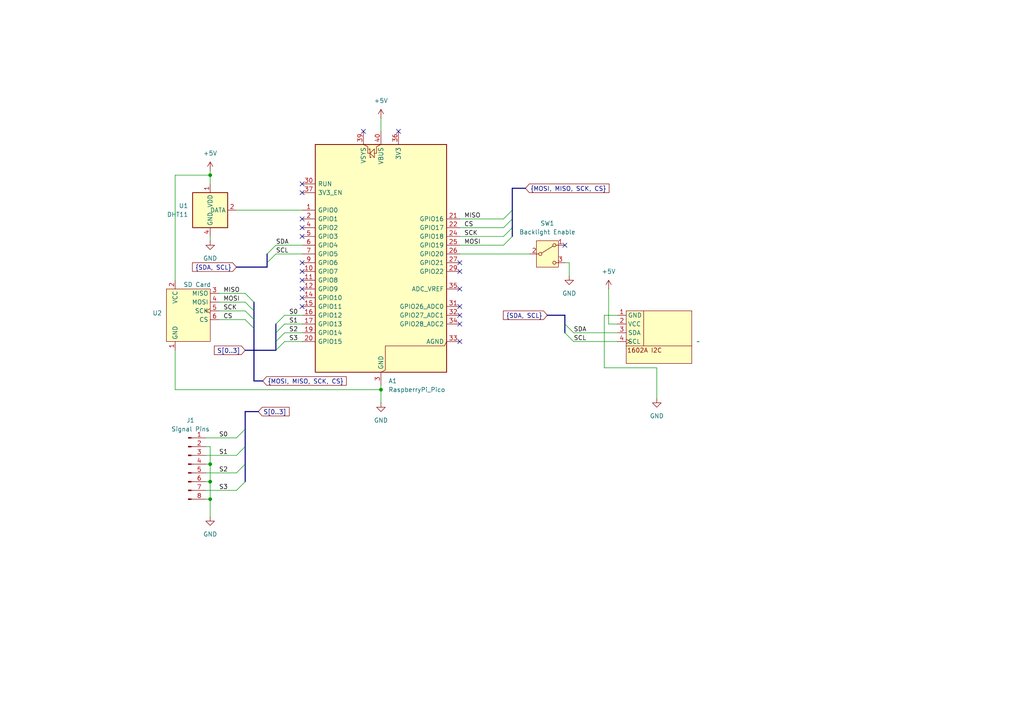
<source format=kicad_sch>
(kicad_sch (version 20250114) (generator "eeschema") (generator_version "9.0")
  (paper "A4")
  (lib_symbols
    (symbol "Connector:Conn_01x08_Pin" (pin_names (offset 1.016) (hide yes))
      (property "Reference" "J" (at 0 10.16 0))
      (property "Value" "Conn_01x08_Pin" (at 0 -12.7 0))
      (symbol "Conn_01x08_Pin_1_1"
        (rectangle (start 0.8636 7.747) (end 0 7.493) (stroke (width 0.1524)) (fill (type outline)))
        (rectangle (start 0.8636 5.207) (end 0 4.953) (stroke (width 0.1524)) (fill (type outline)))
        (rectangle (start 0.8636 2.667) (end 0 2.413) (stroke (width 0.1524)) (fill (type outline)))
        (rectangle (start 0.8636 0.127) (end 0 -0.127) (stroke (width 0.1524)) (fill (type outline)))
        (rectangle (start 0.8636 -2.413) (end 0 -2.667) (stroke (width 0.1524)) (fill (type outline)))
        (rectangle (start 0.8636 -4.953) (end 0 -5.207) (stroke (width 0.1524)) (fill (type outline)))
        (rectangle (start 0.8636 -7.493) (end 0 -7.747) (stroke (width 0.1524)) (fill (type outline)))
        (rectangle (start 0.8636 -10.033) (end 0 -10.287) (stroke (width 0.1524)) (fill (type outline)))
        (polyline (pts (xy 1.27 7.62) (xy 0.8636 7.62)) (stroke (width 0.1524)))
        (polyline (pts (xy 1.27 5.08) (xy 0.8636 5.08)) (stroke (width 0.1524)))
        (polyline (pts (xy 1.27 2.54) (xy 0.8636 2.54)) (stroke (width 0.1524)))
        (polyline (pts (xy 1.27 0) (xy 0.8636 0)) (stroke (width 0.1524)))
        (polyline (pts (xy 1.27 -2.54) (xy 0.8636 -2.54)) (stroke (width 0.1524)))
        (polyline (pts (xy 1.27 -5.08) (xy 0.8636 -5.08)) (stroke (width 0.1524)))
        (polyline (pts (xy 1.27 -7.62) (xy 0.8636 -7.62)) (stroke (width 0.1524)))
        (polyline (pts (xy 1.27 -10.16) (xy 0.8636 -10.16)) (stroke (width 0.1524)))
        (pin passive line (at 5.08 7.62 180) (length 3.81) (name "Pin_1") (number "1"))
        (pin passive line (at 5.08 5.08 180) (length 3.81) (name "Pin_2") (number "2"))
        (pin passive line (at 5.08 2.54 180) (length 3.81) (name "Pin_3") (number "3"))
        (pin passive line (at 5.08 0 180) (length 3.81) (name "Pin_4") (number "4"))
        (pin passive line (at 5.08 -2.54 180) (length 3.81) (name "Pin_5") (number "5"))
        (pin passive line (at 5.08 -5.08 180) (length 3.81) (name "Pin_6") (number "6"))
        (pin passive line (at 5.08 -7.62 180) (length 3.81) (name "Pin_7") (number "7"))
        (pin passive line (at 5.08 -10.16 180) (length 3.81) (name "Pin_8") (number "8"))
      )
    )
    (symbol "CustomParts:I2C_1602A"
      (property "Reference" "U" (at 0 0 0))
      (symbol "I2C_1602A_0_1"
        (polyline (pts (xy -5.08 -2.54) (xy -5.08 -12.7)))
      )
      (symbol "I2C_1602A_1_1"
        (rectangle (start -10.16 -2.54) (end 8.89 -17.78) (fill (type background)))
        (polyline (pts (xy -10.16 -12.7) (xy 8.89 -12.7)))
        (text "1602A I2C" (at -4.826 -13.97 0) (effects (font (size 1.27 1.27))))
        (pin power_in line (at -12.7 -3.81 0) (length 2.54) (name "GND") (number "1"))
        (pin power_in line (at -12.7 -6.35 0) (length 2.54) (name "VCC") (number "2"))
        (pin bidirectional line (at -12.7 -8.89 0) (length 2.54) (name "SDA") (number "3"))
        (pin input clock (at -12.7 -11.43 0) (length 2.54) (name "SCL") (number "4"))
      )
    )
    (symbol "CustomParts:SD_Card_Reader"
      (property "Reference" "U" (at 0 0 0))
      (symbol "SD_Card_Reader_1_1"
        (rectangle (start -10.16 -11.43) (end 2.54 -26.67) (fill (type background)))
        (pin input line (at -12.7 -12.7 0) (length 2.54) (name "MISO") (number "3"))
        (pin input line (at -12.7 -15.24 0) (length 2.54) (name "MOSI") (number "4"))
        (pin input clock (at -12.7 -17.78 0) (length 2.54) (name "SCK") (number "5"))
        (pin input line (at -12.7 -20.32 0) (length 2.54) (name "CS") (number "6"))
        (pin power_in line (at 0 -8.89 270) (length 2.54) (name "VCC") (number "2"))
        (pin power_in line (at 0 -29.21 90) (length 2.54) (name "GND") (number "1"))
      )
    )
    (symbol "MCU_Module:RaspberryPi_Pico" (pin_names (offset 0.762))
      (property "Reference" "A" (at -19.05 35.56 0))
      (property "Value" "RaspberryPi_Pico" (at 7.62 35.56 0))
      (symbol "RaspberryPi_Pico_0_1"
        (rectangle (start -19.05 34.29) (end 19.05 -31.75) (stroke (width 0.254)) (fill (type background)))
        (polyline (pts (xy -5.08 34.29) (xy -3.81 33.655) (xy -3.81 31.75) (xy -3.175 31.75)))
        (polyline (pts (xy -3.429 32.766) (xy -3.429 33.02) (xy -3.175 33.02) (xy -3.175 30.48) (xy -2.921 30.48) (xy -2.921 30.734)))
        (polyline (pts (xy -3.175 31.75) (xy -1.905 33.02) (xy -1.905 30.48) (xy -3.175 31.75)))
        (polyline (pts (xy 0 34.29) (xy -1.27 33.655) (xy -1.27 31.75) (xy -1.905 31.75)))
        (polyline (pts (xy 0 -31.75) (xy 1.27 -31.115) (xy 1.27 -24.13) (xy 18.415 -24.13) (xy 19.05 -22.86)))
      )
      (symbol "RaspberryPi_Pico_1_1"
        (pin passive line (at -22.86 22.86 0) (length 3.81) (name "RUN") (number "30"))
        (pin passive line (at -22.86 20.32 0) (length 3.81) (name "3V3_EN") (number "37"))
        (pin bidirectional line (at -22.86 15.24 0) (length 3.81) (name "GPIO0") (number "1"))
        (pin bidirectional line (at -22.86 12.7 0) (length 3.81) (name "GPIO1") (number "2"))
        (pin bidirectional line (at -22.86 10.16 0) (length 3.81) (name "GPIO2") (number "4"))
        (pin bidirectional line (at -22.86 7.62 0) (length 3.81) (name "GPIO3") (number "5"))
        (pin bidirectional line (at -22.86 5.08 0) (length 3.81) (name "GPIO4") (number "6"))
        (pin bidirectional line (at -22.86 2.54 0) (length 3.81) (name "GPIO5") (number "7"))
        (pin bidirectional line (at -22.86 0 0) (length 3.81) (name "GPIO6") (number "9"))
        (pin bidirectional line (at -22.86 -2.54 0) (length 3.81) (name "GPIO7") (number "10"))
        (pin bidirectional line (at -22.86 -5.08 0) (length 3.81) (name "GPIO8") (number "11"))
        (pin bidirectional line (at -22.86 -7.62 0) (length 3.81) (name "GPIO9") (number "12"))
        (pin bidirectional line (at -22.86 -10.16 0) (length 3.81) (name "GPIO10") (number "14"))
        (pin bidirectional line (at -22.86 -12.7 0) (length 3.81) (name "GPIO11") (number "15"))
        (pin bidirectional line (at -22.86 -15.24 0) (length 3.81) (name "GPIO12") (number "16"))
        (pin bidirectional line (at -22.86 -17.78 0) (length 3.81) (name "GPIO13") (number "17"))
        (pin bidirectional line (at -22.86 -20.32 0) (length 3.81) (name "GPIO14") (number "19"))
        (pin bidirectional line (at -22.86 -22.86 0) (length 3.81) (name "GPIO15") (number "20"))
        (pin power_in line (at -5.08 38.1 270) (length 3.81) (name "VSYS") (number "39"))
        (pin power_out line (at 0 38.1 270) (length 3.81) (name "VBUS") (number "40"))
        (pin passive line (at 0 -35.56 90) (length 3.81) (hide yes) (name "GND") (number "13"))
        (pin passive line (at 0 -35.56 90) (length 3.81) (hide yes) (name "GND") (number "18"))
        (pin passive line (at 0 -35.56 90) (length 3.81) (hide yes) (name "GND") (number "23"))
        (pin passive line (at 0 -35.56 90) (length 3.81) (hide yes) (name "GND") (number "28"))
        (pin power_out line (at 0 -35.56 90) (length 3.81) (name "GND") (number "3"))
        (pin passive line (at 0 -35.56 90) (length 3.81) (hide yes) (name "GND") (number "38"))
        (pin passive line (at 0 -35.56 90) (length 3.81) (hide yes) (name "GND") (number "8"))
        (pin power_out line (at 5.08 38.1 270) (length 3.81) (name "3V3") (number "36"))
        (pin bidirectional line (at 22.86 12.7 180) (length 3.81) (name "GPIO16") (number "21"))
        (pin bidirectional line (at 22.86 10.16 180) (length 3.81) (name "GPIO17") (number "22"))
        (pin bidirectional line (at 22.86 7.62 180) (length 3.81) (name "GPIO18") (number "24"))
        (pin bidirectional line (at 22.86 5.08 180) (length 3.81) (name "GPIO19") (number "25"))
        (pin bidirectional line (at 22.86 2.54 180) (length 3.81) (name "GPIO20") (number "26"))
        (pin bidirectional line (at 22.86 0 180) (length 3.81) (name "GPIO21") (number "27"))
        (pin bidirectional line (at 22.86 -2.54 180) (length 3.81) (name "GPIO22") (number "29"))
        (pin power_in line (at 22.86 -7.62 180) (length 3.81) (name "ADC_VREF") (number "35"))
        (pin bidirectional line (at 22.86 -12.7 180) (length 3.81) (name "GPIO26_ADC0") (number "31"))
        (pin bidirectional line (at 22.86 -15.24 180) (length 3.81) (name "GPIO27_ADC1") (number "32"))
        (pin bidirectional line (at 22.86 -17.78 180) (length 3.81) (name "GPIO28_ADC2") (number "34"))
        (pin power_out line (at 22.86 -22.86 180) (length 3.81) (name "AGND") (number "33"))
      )
    )
    (symbol "Sensor:DHT11"
      (property "Reference" "U" (at -3.81 6.35 0))
      (property "Value" "DHT11" (at 3.81 6.35 0))
      (symbol "DHT11_0_1"
        (rectangle (start -5.08 5.08) (end 5.08 -5.08) (stroke (width 0.254)) (fill (type background)))
      )
      (symbol "DHT11_1_1"
        (pin no_connect line (at -5.08 0 0) (length 2.54) (hide yes) (name "NC") (number "3"))
        (pin power_in line (at 0 7.62 270) (length 2.54) (name "VDD") (number "1"))
        (pin power_in line (at 0 -7.62 90) (length 2.54) (name "GND") (number "4"))
        (pin bidirectional line (at 7.62 0 180) (length 2.54) (name "DATA") (number "2"))
      )
    )
    (symbol "Switch:SW_SPDT" (pin_names (offset 0) (hide yes))
      (property "Reference" "SW" (at 0 5.08 0))
      (property "Value" "SW_SPDT" (at 0 -5.08 0))
      (symbol "SW_SPDT_0_1"
        (circle (center -2.032 0) (radius 0.4572))
        (polyline (pts (xy -1.651 0.254) (xy 1.651 2.286)))
        (circle (center 2.032 2.54) (radius 0.4572))
        (circle (center 2.032 -2.54) (radius 0.4572))
      )
      (symbol "SW_SPDT_1_1"
        (rectangle (start -3.175 3.81) (end 3.175 -3.81) (fill (type background)))
        (pin passive line (at -5.08 0 0) (length 2.54) (name "B") (number "2"))
        (pin passive line (at 5.08 2.54 180) (length 2.54) (name "A") (number "1"))
        (pin passive line (at 5.08 -2.54 180) (length 2.54) (name "C") (number "3"))
      )
    )
    (symbol "power:+5V" (power) (pin_numbers (hide yes)) (pin_names (offset 0) (hide yes))
      (property "Value" "+5V" (at 0 3.556 0))
      (symbol "+5V_0_1"
        (polyline (pts (xy -0.762 1.27) (xy 0 2.54)))
        (polyline (pts (xy 0 2.54) (xy 0.762 1.27)))
        (polyline (pts (xy 0 0) (xy 0 2.54)))
      )
      (symbol "+5V_1_1"
        (pin power_in line (at 0 0 90) (length 0) (name "~") (number "1"))
      )
    )
    (symbol "power:GND" (power) (pin_numbers (hide yes)) (pin_names (offset 0) (hide yes))
      (property "Value" "GND" (at 0 -3.81 0))
      (symbol "GND_0_1"
        (polyline (pts (xy 0 0) (xy 0 -1.27) (xy 1.27 -1.27) (xy 0 -2.54) (xy -1.27 -1.27) (xy 0 -1.27)))
      )
      (symbol "GND_1_1"
        (pin power_in line (at 0 0 270) (length 0) (name "~") (number "1"))
      )
    )
  )
  (junction (at 60.96 134.62))
  (junction (at 110.49 113.03))
  (junction (at 60.96 144.78))
  (junction (at 60.96 50.8))
  (junction (at 60.96 139.7))
  (no_connect (at 133.35 91.44))
  (no_connect (at 87.63 63.5))
  (no_connect (at 87.63 53.34))
  (no_connect (at 133.35 76.2))
  (no_connect (at 163.83 71.12))
  (no_connect (at 133.35 78.74))
  (no_connect (at 133.35 83.82))
  (no_connect (at 133.35 93.98))
  (no_connect (at 87.63 76.2))
  (no_connect (at 87.63 81.28))
  (no_connect (at 87.63 88.9))
  (no_connect (at 87.63 86.36))
  (no_connect (at 115.57 38.1))
  (no_connect (at 133.35 99.06))
  (no_connect (at 133.35 88.9))
  (no_connect (at 87.63 83.82))
  (no_connect (at 105.41 38.1))
  (no_connect (at 87.63 66.04))
  (no_connect (at 87.63 68.58))
  (no_connect (at 87.63 78.74))
  (no_connect (at 87.63 55.88))
  (bus_entry (at 146.05 68.58) (size 2.54 -2.54))
  (bus_entry (at 71.12 129.54) (size -2.54 2.54))
  (bus_entry (at 71.12 87.63) (size 2.54 2.54))
  (bus_entry (at 163.83 93.98) (size 2.54 2.54))
  (bus_entry (at 82.55 91.44) (size -2.54 2.54))
  (bus_entry (at 71.12 134.62) (size -2.54 2.54))
  (bus_entry (at 146.05 71.12) (size 2.54 -2.54))
  (bus_entry (at 146.05 63.5) (size 2.54 -2.54))
  (bus_entry (at 80.01 73.66) (size -2.54 2.54))
  (bus_entry (at 80.01 71.12) (size -2.54 2.54))
  (bus_entry (at 163.83 96.52) (size 2.54 2.54))
  (bus_entry (at 71.12 90.17) (size 2.54 2.54))
  (bus_entry (at 146.05 66.04) (size 2.54 -2.54))
  (bus_entry (at 82.55 96.52) (size -2.54 2.54))
  (bus_entry (at 71.12 92.71) (size 2.54 2.54))
  (bus_entry (at 71.12 85.09) (size 2.54 2.54))
  (bus_entry (at 71.12 139.7) (size -2.54 2.54))
  (bus_entry (at 82.55 93.98) (size -2.54 2.54))
  (bus_entry (at 71.12 124.46) (size -2.54 2.54))
  (bus_entry (at 82.55 99.06) (size -2.54 2.54))
  (wire (pts (xy 59.69 129.54) (xy 60.96 129.54)))
  (wire (pts (xy 175.26 91.44) (xy 175.26 106.68)))
  (bus (pts (xy 77.47 73.66) (xy 77.47 76.2)))
  (wire (pts (xy 190.5 106.68) (xy 175.26 106.68)))
  (wire (pts (xy 63.5 90.17) (xy 71.12 90.17)))
  (wire (pts (xy 63.5 92.71) (xy 71.12 92.71)))
  (bus (pts (xy 73.66 92.71) (xy 73.66 95.25)))
  (wire (pts (xy 80.01 73.66) (xy 87.63 73.66)))
  (wire (pts (xy 50.8 113.03) (xy 110.49 113.03)))
  (bus (pts (xy 148.59 54.61) (xy 152.4 54.61)))
  (bus (pts (xy 68.58 77.47) (xy 77.47 77.47)))
  (wire (pts (xy 82.55 99.06) (xy 87.63 99.06)))
  (wire (pts (xy 176.53 83.82) (xy 176.53 93.98)))
  (wire (pts (xy 59.69 139.7) (xy 60.96 139.7)))
  (wire (pts (xy 133.35 73.66) (xy 153.67 73.66)))
  (wire (pts (xy 133.35 63.5) (xy 146.05 63.5)))
  (wire (pts (xy 82.55 93.98) (xy 87.63 93.98)))
  (bus (pts (xy 163.83 93.98) (xy 163.83 91.44)))
  (bus (pts (xy 71.12 119.38) (xy 71.12 124.46)))
  (bus (pts (xy 71.12 124.46) (xy 71.12 129.54)))
  (bus (pts (xy 71.12 134.62) (xy 71.12 139.7)))
  (wire (pts (xy 60.96 139.7) (xy 60.96 144.78)))
  (bus (pts (xy 73.66 90.17) (xy 73.66 92.71)))
  (wire (pts (xy 59.69 127) (xy 68.58 127)))
  (wire (pts (xy 133.35 66.04) (xy 146.05 66.04)))
  (bus (pts (xy 73.66 87.63) (xy 73.66 90.17)))
  (wire (pts (xy 50.8 81.28) (xy 50.8 50.8)))
  (wire (pts (xy 59.69 142.24) (xy 68.58 142.24)))
  (wire (pts (xy 63.5 85.09) (xy 71.12 85.09)))
  (wire (pts (xy 110.49 113.03) (xy 110.49 116.84)))
  (wire (pts (xy 60.96 134.62) (xy 60.96 139.7)))
  (wire (pts (xy 59.69 134.62) (xy 60.96 134.62)))
  (bus (pts (xy 80.01 99.06) (xy 80.01 101.6)))
  (bus (pts (xy 73.66 95.25) (xy 73.66 110.49)))
  (wire (pts (xy 60.96 68.58) (xy 60.96 69.85)))
  (wire (pts (xy 82.55 96.52) (xy 87.63 96.52)))
  (bus (pts (xy 80.01 96.52) (xy 80.01 99.06)))
  (wire (pts (xy 59.69 144.78) (xy 60.96 144.78)))
  (wire (pts (xy 50.8 101.6) (xy 50.8 113.03)))
  (wire (pts (xy 60.96 50.8) (xy 60.96 53.34)))
  (wire (pts (xy 60.96 129.54) (xy 60.96 134.62)))
  (wire (pts (xy 60.96 49.53) (xy 60.96 50.8)))
  (bus (pts (xy 77.47 76.2) (xy 77.47 77.47)))
  (bus (pts (xy 148.59 63.5) (xy 148.59 60.96)))
  (bus (pts (xy 74.93 119.38) (xy 71.12 119.38)))
  (wire (pts (xy 63.5 87.63) (xy 71.12 87.63)))
  (wire (pts (xy 59.69 132.08) (xy 68.58 132.08)))
  (wire (pts (xy 166.37 99.06) (xy 179.07 99.06)))
  (wire (pts (xy 179.07 91.44) (xy 175.26 91.44)))
  (wire (pts (xy 110.49 34.29) (xy 110.49 38.1)))
  (wire (pts (xy 82.55 91.44) (xy 87.63 91.44)))
  (wire (pts (xy 59.69 137.16) (xy 68.58 137.16)))
  (bus (pts (xy 80.01 93.98) (xy 80.01 96.52)))
  (bus (pts (xy 80.01 101.6) (xy 71.12 101.6)))
  (bus (pts (xy 163.83 91.44) (xy 158.75 91.44)))
  (wire (pts (xy 133.35 68.58) (xy 146.05 68.58)))
  (wire (pts (xy 68.58 60.96) (xy 87.63 60.96)))
  (wire (pts (xy 190.5 106.68) (xy 190.5 115.57)))
  (bus (pts (xy 148.59 60.96) (xy 148.59 54.61)))
  (wire (pts (xy 163.83 76.2) (xy 165.1 76.2)))
  (wire (pts (xy 179.07 93.98) (xy 176.53 93.98)))
  (bus (pts (xy 73.66 110.49) (xy 76.2 110.49)))
  (bus (pts (xy 148.59 66.04) (xy 148.59 63.5)))
  (wire (pts (xy 60.96 144.78) (xy 60.96 149.86)))
  (bus (pts (xy 148.59 68.58) (xy 148.59 66.04)))
  (bus (pts (xy 71.12 129.54) (xy 71.12 134.62)))
  (wire (pts (xy 50.8 50.8) (xy 60.96 50.8)))
  (wire (pts (xy 133.35 71.12) (xy 146.05 71.12)))
  (wire (pts (xy 166.37 96.52) (xy 179.07 96.52)))
  (wire (pts (xy 165.1 76.2) (xy 165.1 80.01)))
  (bus (pts (xy 163.83 96.52) (xy 163.83 93.98)))
  (wire (pts (xy 80.01 71.12) (xy 87.63 71.12)))
  (wire (pts (xy 110.49 111.76) (xy 110.49 113.03)))
  (label "CS" (at 64.77 92.71 0))
  (label "SCL" (at 80.01 73.66 0))
  (label "MISO" (at 64.77 85.09 0))
  (label "SDA" (at 166.37 96.52 0))
  (label "S2" (at 83.82 96.52 0))
  (label "S2" (at 63.5 137.16 0))
  (label "SCK" (at 64.77 90.17 0))
  (label "S3" (at 63.5 142.24 0))
  (label "SDA" (at 80.01 71.12 0))
  (label "SCK" (at 134.62 68.58 0))
  (label "MOSI" (at 134.62 71.12 0))
  (label "MOSI" (at 64.77 87.63 0))
  (label "S1" (at 83.82 93.98 0))
  (label "S3" (at 83.82 99.06 0))
  (label "S0" (at 63.5 127 0))
  (label "CS" (at 134.62 66.04 0))
  (label "S1" (at 63.5 132.08 0))
  (label "SCL" (at 166.37 99.06 0))
  (label "MISO" (at 134.62 63.5 0))
  (label "S0" (at 83.82 91.44 0))
  (global_label "{MOSI, MISO, SCK, CS}" (shape input) (at 152.4 54.61 0) (property "Intersheetrefs" "${INTERSHEET_REFS}" (effects (hide yes))))
  (global_label "{SDA, SCL}" (shape input) (at 68.58 77.47 180) (property "Intersheetrefs" "${INTERSHEET_REFS}" (effects (hide yes))))
  (global_label "S[0..3]" (shape input) (at 71.12 101.6 180) (property "Intersheetrefs" "${INTERSHEET_REFS}" (effects (hide yes))))
  (global_label "S[0..3]" (shape input) (at 74.93 119.38 0) (property "Intersheetrefs" "${INTERSHEET_REFS}" (effects (hide yes))))
  (global_label "{SDA, SCL}" (shape input) (at 158.75 91.44 180) (property "Intersheetrefs" "${INTERSHEET_REFS}" (effects (hide yes))))
  (global_label "{MOSI, MISO, SCK, CS}" (shape input) (at 76.2 110.49 0) (property "Intersheetrefs" "${INTERSHEET_REFS}" (effects (hide yes))))
  (symbol (lib_id "power:+5V") (at 60.96 49.53 0) (unit 1)
    (property "Reference" "#PWR03" (effects (hide yes)))
    (property "Value" "+5V" (at 60.96 44.45 0))
    (property "Description" "Power symbol creates a global label with name \"+5V\"" (effects (hide yes)))
  )
  (symbol (lib_id "CustomParts:I2C_1602A") (at 191.77 87.63 0) (unit 1)
    (property "Reference" "U3" (effects (hide yes)))
    (property "Value" "~" (at 201.93 99.06 0) (effects (justify left)))
    (property "Footprint" "CustomParts:I2C LCD" (effects (hide yes)))
  )
  (symbol (lib_id "power:+5V") (at 110.49 34.29 0) (unit 1)
    (property "Reference" "#PWR01" (effects (hide yes)))
    (property "Value" "+5V" (at 110.49 29.21 0))
    (property "Description" "Power symbol creates a global label with name \"+5V\"" (effects (hide yes)))
  )
  (symbol (lib_id "Switch:SW_SPDT") (at 158.75 73.66 0) (unit 1)
    (property "Reference" "SW1" (at 158.75 64.77 0))
    (property "Value" "Backlight Enable" (at 158.75 67.31 0))
    (property "Footprint" "Connector_PinHeader_2.54mm:PinHeader_1x03_P2.54mm_Vertical" (effects (hide yes)))
    (property "Description" "Switch, single pole double throw" (effects (hide yes)))
  )
  (symbol (lib_id "CustomParts:SD_Card_Reader") (at 50.8 72.39 0) (mirror y) (unit 1)
    (property "Reference" "U2" (at 46.99 90.8049 0) (effects (justify left)))
    (property "Value" "SD Card" (at 61.214 82.55 0) (effects (justify left)))
    (property "Footprint" "Connector_PinHeader_2.54mm:PinHeader_1x06_P2.54mm_Vertical" (effects (hide yes)))
  )
  (symbol (lib_id "power:GND") (at 110.49 116.84 0) (unit 1)
    (property "Reference" "#PWR02" (effects (hide yes)))
    (property "Value" "GND" (at 110.49 121.92 0))
    (property "Description" "Power symbol creates a global label with name \"GND\" , ground" (effects (hide yes)))
  )
  (symbol (lib_id "power:GND") (at 165.1 80.01 0) (unit 1)
    (property "Reference" "#PWR08" (effects (hide yes)))
    (property "Value" "GND" (at 165.1 85.09 0))
    (property "Description" "Power symbol creates a global label with name \"GND\" , ground" (effects (hide yes)))
  )
  (symbol (lib_id "power:+5V") (at 176.53 83.82 0) (unit 1)
    (property "Reference" "#PWR06" (effects (hide yes)))
    (property "Value" "+5V" (at 176.53 78.74 0))
    (property "Description" "Power symbol creates a global label with name \"+5V\"" (effects (hide yes)))
  )
  (symbol (lib_id "power:GND") (at 60.96 69.85 0) (unit 1)
    (property "Reference" "#PWR04" (effects (hide yes)))
    (property "Value" "GND" (at 60.96 74.93 0))
    (property "Description" "Power symbol creates a global label with name \"GND\" , ground" (effects (hide yes)))
  )
  (symbol (lib_id "Sensor:DHT11") (at 60.96 60.96 0) (unit 1)
    (property "Reference" "U1" (at 54.61 59.6899 0) (effects (justify right)))
    (property "Value" "DHT11" (at 54.61 62.2299 0) (effects (justify right)))
    (property "Footprint" "Sensor:Aosong_DHT11_5.5x12.0_P2.54mm" (effects (hide yes)))
    (property "Datasheet" "http://akizukidenshi.com/download/ds/aosong/DHT11.pdf" (effects (hide yes)))
    (property "Description" "3.3V to 5.5V, temperature and humidity module, DHT11" (effects (hide yes)))
  )
  (symbol (lib_id "power:GND") (at 60.96 149.86 0) (unit 1)
    (property "Reference" "#PWR07" (effects (hide yes)))
    (property "Value" "GND" (at 60.96 154.94 0))
    (property "Description" "Power symbol creates a global label with name \"GND\" , ground" (effects (hide yes)))
  )
  (symbol (lib_id "Connector:Conn_01x08_Pin") (at 54.61 134.62 0) (unit 1)
    (property "Reference" "J1" (at 55.245 121.92 0))
    (property "Value" "Signal Pins" (at 55.245 124.46 0))
    (property "Footprint" "Connector_PinHeader_2.54mm:PinHeader_1x08_P2.54mm_Vertical" (effects (hide yes)))
    (property "Description" "Generic connector, single row, 01x08, script generated" (effects (hide yes)))
  )
  (symbol (lib_id "power:GND") (at 190.5 115.57 0) (unit 1)
    (property "Reference" "#PWR05" (effects (hide yes)))
    (property "Value" "GND" (at 190.5 120.65 0))
    (property "Description" "Power symbol creates a global label with name \"GND\" , ground" (effects (hide yes)))
  )
  (symbol (lib_id "MCU_Module:RaspberryPi_Pico") (at 110.49 76.2 0) (unit 1)
    (property "Reference" "A1" (at 112.6333 110.49 0) (effects (justify left)))
    (property "Value" "RaspberryPi_Pico" (at 112.6333 113.03 0) (effects (justify left)))
    (property "Footprint" "Module:RaspberryPi_Pico_Common_THT" (effects (hide yes)))
    (property "Datasheet" "https://datasheets.raspberrypi.com/pico/pico-datasheet.pdf" (effects (hide yes)))
    (property "Description" "Versatile and inexpensive microcontroller module powered by RP2040 dual-core Arm Cortex-M0+ processor up to 133 MHz, 264kB SRAM, 2MB QSPI flash; also supports Raspberry Pi Pico 2" (effects (hide yes)))
  )
)
</source>
